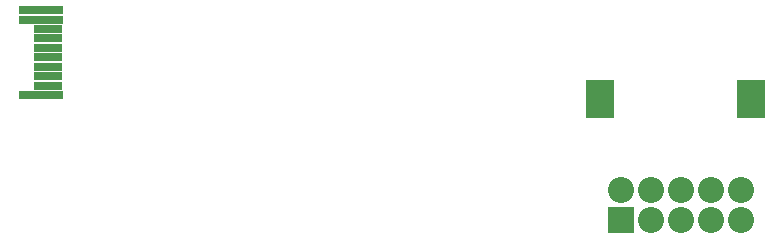
<source format=gbs>
%FSAX25Y25*%
%MOIN*%
G70*
G01*
G75*
G04 Layer_Color=16711935*
%ADD10R,0.13780X0.02362*%
%ADD11R,0.10236X0.02362*%
%ADD12R,0.08661X0.02362*%
%ADD13R,0.03543X0.07874*%
%ADD14C,0.02000*%
%ADD15R,0.07874X0.07874*%
%ADD16C,0.07874*%
%ADD17R,0.08661X0.11811*%
%ADD18C,0.03000*%
%ADD19C,0.01000*%
%ADD20C,0.00787*%
%ADD21R,0.14579X0.03162*%
%ADD22R,0.11036X0.03162*%
%ADD23R,0.09461X0.03162*%
%ADD24R,0.04343X0.08674*%
%ADD25R,0.08674X0.08674*%
%ADD26C,0.08674*%
%ADD27R,0.09461X0.12611*%
D21*
X0074500Y0237114D02*
D03*
Y0262311D02*
D03*
Y0265461D02*
D03*
D23*
X0077059Y0240264D02*
D03*
Y0243413D02*
D03*
Y0249713D02*
D03*
Y0246563D02*
D03*
Y0252862D02*
D03*
Y0259161D02*
D03*
Y0256012D02*
D03*
D25*
X0267839Y0195413D02*
D03*
D26*
X0277839D02*
D03*
X0267839Y0205413D02*
D03*
X0277839D02*
D03*
X0297839Y0195413D02*
D03*
X0287839D02*
D03*
X0307839D02*
D03*
X0297839Y0205413D02*
D03*
X0287839D02*
D03*
X0307839D02*
D03*
D27*
X0261142Y0235913D02*
D03*
X0311339D02*
D03*
M02*

</source>
